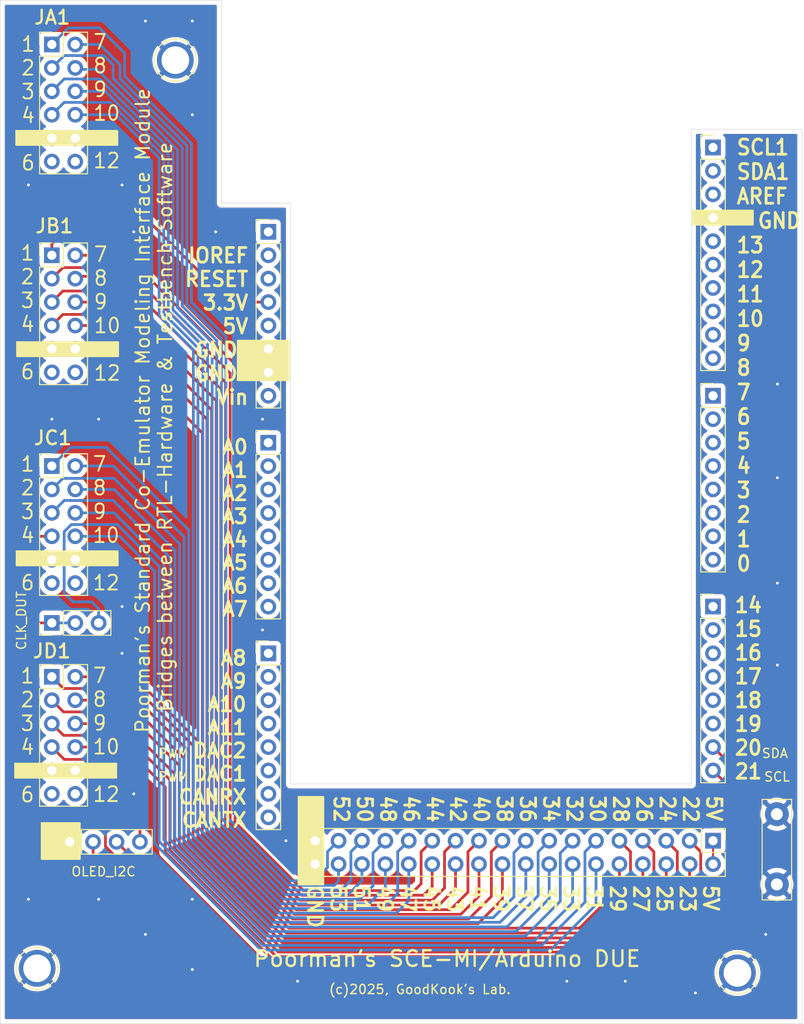
<source format=kicad_pcb>
(kicad_pcb (version 20241229) (generator "pcbnew") (generator_version "9.0")
  (layers (0 "F.Cu" signal) (2 "B.Cu" signal) (13 "F.Paste" user) (15 "B.Paste" user) (5 "F.SilkS" user "F.Silkscreen") (7 "B.SilkS" user "B.Silkscreen") (1 "F.Mask" user) (3 "B.Mask" user) (25 "Edge.Cuts" user))
  (net 0 "")
  (net 1 "GND")
  (net 4 "/DUE46_JA4")
  (net 5 "/DUE49_JA9")
  (net 6 "/DUE36_JC1")
  (net 7 "/DUE40_JB3")
  (net 8 "/+5V")
  (net 9 "/DUE27_JD8")
  (net 10 "/DUE45_JB7")
  (net 11 "/DUE50_JA2")
  (net 12 "/DUE25_JD9")
  (net 13 "/DUE42_JB2")
  (net 14 "/DUE53_JA7")
  (net 15 "/DUE30")
  (net 16 "/DUE52_JA1")
  (net 17 "/DUE34_JC2")
  (net 18 "/DUE37_JC7")
  (net 19 "/DUE48_JA3")
  (net 20 "/DUE26_JD2")
  (net 21 "/DUE39_JB10")
  (net 22 "/DUE44_JB1")
  (net 23 "/DUE41_JB9")
  (net 24 "/DUE28_JD1")
  (net 25 "/DUE35_JC8")
  (net 26 "/DUE47_JA10")
  (net 27 "/DUE33_JC9")
  (net 28 "/DUE38_JB4")
  (net 29 "/DUE23_JD10")
  (net 30 "/DUE29_JD7")
  (net 31 "/DUE31_JC10")
  (net 32 "/DUE22_JD4")
  (net 33 "/DUE51_JA8")
  (net 34 "/DUE43_JB8")
  (net 35 "/CANTX")
  (net 36 "/DUE32_JC3")
  (net 37 "/DUE24_JD3")
  (net 44 "/A8")
  (net 45 "/A9")
  (net 46 "/CLK_DUT_JC4")
  (net 47 "/CANRX")
  (net 48 "/A10")
  (net 49 "/DAC_PWM1")
  (net 50 "/A11")
  (net 51 "/A6")
  (net 52 "/A1")
  (net 53 "/A7")
  (net 54 "/A2")
  (net 55 "/A0")
  (net 56 "/A5")
  (net 57 "/A4")
  (net 58 "/A3")
  (net 59 "/IOREF")
  (net 60 "/I2C_SCK")
  (net 62 "/5V")
  (net 63 "/VIN")
  (net 64 "/RESET")
  (net 65 "/D16")
  (net 66 "/D14")
  (net 67 "/VDD_3V3")
  (net 68 "/D17")
  (net 69 "/D15")
  (net 70 "/D19")
  (net 71 "/I2C_SDA")
  (net 72 "/D18")
  (net 73 "/D7")
  (net 74 "/D0")
  (net 75 "/D2")
  (net 76 "/D6")
  (net 77 "/D4")
  (net 78 "/D5")
  (net 79 "/D1")
  (net 80 "/D3")
  (net 81 "/D9")
  (net 82 "/D8")
  (net 83 "/SDA1")
  (net 84 "/D11")
  (net 85 "/D10")
  (net 86 "/AREF")
  (net 87 "/D12")
  (net 88 "/D13")
  (net 89 "/SCL1")
  (net 90 "/DAC_PWM2")
  (footprint "TestPoint:TestPoint_Plated_Hole_D3.0mm" (layer "F.Cu") (at 115 52.5)
    (property "Reference" "TP2" (hide yes))
    (property "Value" "TestPoint" (hide yes))
  )
  (footprint "TestPoint:TestPoint_Plated_Hole_D3.0mm" (layer "F.Cu") (at 176 151.5)
    (property "Reference" "TP4" (hide yes))
    (property "Value" "TestPoint" (hide yes))
  )
  (footprint "Connector_PinHeader_2.54mm:PinHeader_1x08_P2.54mm_Vertical" (layer "F.Cu") (at 173.35 111.76)
    (property "Reference" "Right_Bottom1" (hide yes))
    (property "Value" "Conn_01x08" (hide yes))
  )
  (footprint "Connector_PinHeader_2.54mm:PinHeader_2x06_P2.54mm_Vertical" (layer "F.Cu") (at 101.6 50.8)
    (property "Reference" "JA1")
    (property "Value" "A7_JA" (hide yes))
  )
  (footprint "Connector_PinHeader_2.54mm:PinHeader_2x06_P2.54mm_Vertical" (layer "F.Cu") (at 101.6 96.52)
    (property "Reference" "JC1")
    (property "Value" "A7_JC" (hide yes))
  )
  (footprint "Connector_PinHeader_2.54mm:PinHeader_2x06_P2.54mm_Vertical" (layer "F.Cu") (at 101.6 73.66)
    (property "Reference" "JB1")
    (property "Value" "A7_JB" (hide yes))
  )
  (footprint "Connector_PinHeader_2.54mm:PinHeader_1x08_P2.54mm_Vertical" (layer "F.Cu") (at 125.09 93.99)
    (property "Reference" "Left_Middle1" (hide yes))
    (property "Value" "Conn_01x08" (hide yes))
  )
  (footprint "Connector_PinHeader_2.54mm:PinHeader_1x03_P2.54mm_Vertical" (layer "F.Cu") (at 101.6 113.538 90)
    (property "Reference" "J3" (hide yes))
    (property "Value" "CLK_DUT")
  )
  (footprint "TestPoint:TestPoint_Plated_Hole_D3.0mm" (layer "F.Cu") (at 100 151)
    (property "Reference" "TP1" (hide yes))
    (property "Value" "TestPoint" (hide yes))
  )
  (footprint "Connector_PinHeader_2.54mm:PinHeader_1x08_P2.54mm_Vertical" (layer "F.Cu") (at 173.35 88.9)
    (property "Reference" "Right_Middle1" (hide yes))
    (property "Value" "Conn_01x08" (hide yes))
  )
  (footprint "Connector_PinHeader_2.54mm:PinHeader_1x08_P2.54mm_Vertical" (layer "F.Cu") (at 125.1 116.84)
    (property "Reference" "Left_Bottom1" (hide yes))
    (property "Value" "Conn_01x08" (hide yes))
  )
  (footprint "Connector_PinHeader_2.54mm:PinHeader_1x10_P2.54mm_Vertical" (layer "F.Cu") (at 173.35 61.97)
    (property "Reference" "Right_Top1" (hide yes))
    (property "Value" "Conn_01x10" (hide yes))
  )
  (footprint "Connector_PinHeader_2.54mm:PinHeader_2x06_P2.54mm_Vertical" (layer "F.Cu") (at 101.6 119.38)
    (property "Reference" "JD1")
    (property "Value" "A7_JD" (hide yes))
  )
  (footprint "TestPoint:TestPoint_Bridge_Pitch7.62mm_Drill1.3mm" (layer "F.Cu") (at 180.28 134.28 -90)
    (property "Reference" "TP3" (hide yes))
    (property "Value" "TestPoint" (hide yes))
  )
  (footprint "Connector_PinHeader_2.54mm:PinHeader_1x04_P2.54mm_Vertical" (layer "F.Cu") (at 103.54 137.28 90)
    (property "Reference" "J2" (hide yes))
    (property "Value" "OLED_I2C")
  )
  (footprint "Connector_PinHeader_2.54mm:PinHeader_2x18_P2.54mm_Vertical" (layer "F.Cu") (at 173.355 137.16 -90)
    (property "Reference" "J1" (hide yes))
    (property "Value" "Arduino_Digital v.2" (hide yes))
  )
  (footprint "Connector_PinHeader_2.54mm:PinHeader_1x08_P2.54mm_Vertical" (layer "F.Cu") (at 125.1 71.12)
    (property "Reference" "Left_Top1" (hide yes))
    (property "Value" "Conn_01x08" (hide yes))
  )
  (gr_rect (start 97.6196 128.8) (end 108.585 130.32) (stroke (width 0.2)) (fill yes) (layer "F.SilkS"))
  (gr_rect (start 97.78 105.77) (end 108.7454 107.29) (stroke (width 0.2)) (fill yes) (layer "F.SilkS"))
  (gr_rect (start 128.3796 132.41) (end 131.06 141.9) (stroke (width 0.2)) (fill yes) (layer "F.SilkS"))
  (gr_rect (start 171.1696 68.82) (end 177.67 70.34) (stroke (width 0.2)) (fill yes) (layer "F.SilkS"))
  (gr_rect (start 97.74 60.17) (end 108.7054 61.69) (stroke (width 0.2)) (fill yes) (layer "F.SilkS"))
  (gr_rect (start 97.83 83.09) (end 108.7954 84.61) (stroke (width 0.2)) (fill yes) (layer "F.SilkS"))
  (gr_rect (start 121.78 82.93) (end 127.3204 87.21) (stroke (width 0.2)) (fill yes) (layer "F.SilkS"))
  (gr_rect (start 100.5 135.25) (end 104.6354 139.14) (stroke (width 0.2)) (fill yes) (layer "F.SilkS"))
  (gr_line (start 171 60) (end 183 60) (stroke (width 0.05)) (layer "Edge.Cuts"))
  (gr_line (start 171 131) (end 171 60) (stroke (width 0.05)) (layer "Edge.Cuts"))
  (gr_line (start 183 60) (end 183 157) (stroke (width 0.05)) (layer "Edge.Cuts"))
  (gr_line (start 183 157) (end 96 157) (stroke (width 0.05)) (layer "Edge.Cuts"))
  (gr_line (start 120 46) (end 120 68) (stroke (width 0.05)) (layer "Edge.Cuts"))
  (gr_line (start 127.5 131) (end 171 131) (stroke (width 0.05)) (layer "Edge.Cuts"))
  (gr_line (start 96 46) (end 96 157) (stroke (width 0.05)) (layer "Edge.Cuts"))
  (gr_line (start 127.5 68) (end 127.5 131) (stroke (width 0.05)) (layer "Edge.Cuts"))
  (gr_line (start 120 46) (end 96 46) (stroke (width 0.05)) (layer "Edge.Cuts"))
  (gr_line (start 120.02 68) (end 127.5 68) (stroke (width 0.05)) (layer "Edge.Cuts"))
  (gr_text "5V\n23\n25\n27\n29\n31\n33\n35\n37\n39\n41\n43\n45\n47\n49\n51\n53\nGND" (at 129.23 141.82 270) (layer "F.SilkS") (effects (font (size 1.57 1.5) (thickness 0.3) (bold yes)) (justify left bottom)))
  (gr_text "SCL1\nSDA1\nAREF\n  GND\n13\n12\n11\n10\n9\n8\n7\n6\n5\n4\n3\n2\n1\n0" (at 175.77 108.08 0) (layer "F.SilkS") (effects (font (size 1.65 1.5) (thickness 0.3) (bold yes)) (justify left bottom)))
  (gr_text "5V\n22\n24\n26\n28\n30\n32\n34\n36\n38\n40\n42\n44\n46\n48\n50\n52" (at 132.1 132.1 270) (layer "F.SilkS") (effects (font (size 1.57 1.5) (thickness 0.3) (bold yes)) (justify left bottom)))
  (gr_text "(c)2025, GoodKook's Lab." (at 131.59 153.87 0) (layer "F.SilkS") (effects (font (size 1 1)) (justify left bottom)))
  (gr_text "7\n8\n9\n10\n\n12" (at 105.99 64.34 0) (layer "F.SilkS") (effects (font (size 1.6 1.5) (thickness 0.2)) (justify left bottom)))
  (gr_text "PWM" (at 113.03 130.81 0) (layer "F.SilkS") (effects (font (size 1 1)) (justify left bottom)))
  (gr_text "1\n2\n3\n4\n\n6" (at 99.8 133.1 0) (layer "F.SilkS") (effects (font (size 1.6 1.5) (thickness 0.2)) (justify right bottom)))
  (gr_text "IOREF\nRESET\n3.3V\n5V\nGND \nGND \nVin" (at 123.07 89.98 0) (layer "F.SilkS") (effects (font (size 1.59 1.5) (thickness 0.3) (bold yes)) (justify right bottom)))
  (gr_text "7\n8\n9\n10\n\n12" (at 105.95 133.06 0) (layer "F.SilkS") (effects (font (size 1.6 1.5) (thickness 0.2)) (justify left bottom)))
  (gr_text "A0\nA1\nA2\nA3\nA4\nA5\nA6\nA7" (at 119.92 112.95 0) (layer "F.SilkS") (effects (font (size 1.56 1.5) (thickness 0.3) (bold yes)) (justify left bottom)))
  (gr_text "SDA" (at 178.562 128.27 0) (layer "F.SilkS") (effects (font (size 1 1)) (justify left bottom)))
  (gr_text "14\n15\n16\n17\n18\n19\n20\n21" (at 175.56 130.59 0) (layer "F.SilkS") (effects (font (size 1.6 1.5) (thickness 0.3) (bold yes)) (justify left bottom)))
  (gr_text "1\n2\n3\n4\n\n6" (at 99.82 110.12 0) (layer "F.SilkS") (effects (font (size 1.6 1.5) (thickness 0.2)) (justify right bottom)))
  (gr_text "PWM" (at 113.03 128.27 0) (layer "F.SilkS") (effects (font (size 1 1)) (justify left bottom)))
  (gr_text "Poorman's Standard Co-Emulator Modeling Interface Module\n  Bridges between RTL-Hardware & Testbench Software" (at 114.76 125.6 90) (layer "F.SilkS") (effects (font (size 1.5 1.5) (thickness 0.2)) (justify left bottom)))
  (gr_text "7\n8\n9\n10\n\n12" (at 105.94 110.12 0) (layer "F.SilkS") (effects (font (size 1.6 1.5) (thickness 0.2)) (justify left bottom)))
  (gr_text "A8\nA9\nA10\nA11\nDAC2\nDAC1\nCANRX\nCANTX" (at 122.88 135.84 0) (layer "F.SilkS") (effects (font (size 1.56 1.5) (thickness 0.3) (bold yes)) (justify right bottom)))
  (gr_text "1\n2\n3\n4\n\n6" (at 99.81 87.23 0) (layer "F.SilkS") (effects (font (size 1.6 1.5) (thickness 0.2)) (justify right bottom)))
  (gr_text "7\n8\n9\n10\n\n12" (at 106.05 87.38 0) (layer "F.SilkS") (effects (font (size 1.6 1.5) (thickness 0.2)) (justify left bottom)))
  (gr_text "Poorman's SCE-MI/Arduino DUE" (at 123.36 150.96 0) (layer "F.SilkS") (effects (font (size 1.7 1.7) (thickness 0.25)) (justify left bottom)))
  (gr_text "SCL" (at 178.816 130.81 0) (layer "F.SilkS") (effects (font (size 1 1)) (justify left bottom)))
  (gr_text "1\n2\n3\n4\n\n6" (at 99.87 64.58 0) (layer "F.SilkS") (effects (font (size 1.6 1.5) (thickness 0.2)) (justify right bottom)))
  (via (at 180.34 87.63) (size 0.6) (drill 0.3) (layers "F.Cu" "B.Cu") (net 1))
  (via (at 180.34 97.79) (size 0.6) (drill 0.3) (layers "F.Cu" "B.Cu") (net 1))
  (via (at 124.46 114.3) (size 0.6) (drill 0.3) (layers "F.Cu" "B.Cu") (net 1))
  (via (at 180.34 118.11) (size 0.6) (drill 0.3) (layers "F.Cu" "B.Cu") (net 1))
  (via (at 110.49 132.08) (size 0.6) (drill 0.3) (layers "F.Cu" "B.Cu") (net 1))
  (via (at 119.38 71.12) (size 0.6) (drill 0.3) (layers "F.Cu" "B.Cu") (net 1))
  (via (at 111.76 147.32) (size 0.6) (drill 0.3) (layers "F.Cu" "B.Cu") (net 1))
  (via (at 180.34 109.22) (size 0.6) (drill 0.3) (layers "F.Cu" "B.Cu") (net 1))
  (via (at 157.48 152.4) (size 0.6) (drill 0.3) (layers "F.Cu" "B.Cu") (net 1))
  (via (at 128.27 152.4) (size 0.6) (drill 0.3) (layers "F.Cu" "B.Cu") (net 1))
  (via (at 99.06 143.51) (size 0.6) (drill 0.3) (layers "F.Cu" "B.Cu") (net 1))
  (via (at 99.06 66.04) (size 0.6) (drill 0.3) (layers "F.Cu" "B.Cu") (net 1))
  (via (at 163.83 152.4) (size 0.6) (drill 0.3) (layers "F.Cu" "B.Cu") (net 1))
  (via (at 116.84 58.42) (size 0.6) (drill 0.3) (layers "F.Cu" "B.Cu") (net 1))
  (via (at 106.68 91.44) (size 0.6) (drill 0.3) (layers "F.Cu" "B.Cu") (net 1))
  (via (at 173.99 143.51) (size 0.6) (drill 0.3) (layers "F.Cu" "B.Cu") (net 1))
  (via (at 111.76 48.26) (size 0.6) (drill 0.3) (layers "F.Cu" "B.Cu") (net 1))
  (via (at 109.22 66.04) (size 0.6) (drill 0.3) (layers "F.Cu" "B.Cu") (net 1))
  (via (at 109.22 116.84) (size 0.6) (drill 0.3) (layers "F.Cu" "B.Cu") (net 1))
  (via (at 116.84 151.13) (size 0.6) (drill 0.3) (layers "F.Cu" "B.Cu") (net 1))
  (via (at 101.6 91.44) (size 0.6) (drill 0.3) (layers "F.Cu" "B.Cu") (net 1))
  (via (at 110.49 71.12) (size 0.6) (drill 0.3) (layers "F.Cu" "B.Cu") (net 1))
  (via (at 179.07 147.32) (size 0.6) (drill 0.3) (layers "F.Cu" "B.Cu") (net 1))
  (via (at 116.84 143.51) (size 0.6) (drill 0.3) (layers "F.Cu" "B.Cu") (net 1))
  (via (at 171.45 153.67) (size 0.6) (drill 0.3) (layers "F.Cu" "B.Cu") (net 1))
  (via (at 124.46 91.44) (size 0.6) (drill 0.3) (layers "F.Cu" "B.Cu") (net 1))
  (via (at 106.68 143.51) (size 0.6) (drill 0.3) (layers "F.Cu" "B.Cu") (net 1))
  (via (at 109.22 111.76) (size 0.6) (drill 0.3) (layers "F.Cu" "B.Cu") (net 1))
  (via (at 127 137.16) (size 0.6) (drill 0.3) (layers "F.Cu" "B.Cu") (net 1))
  (via (at 116.84 48.26) (size 0.6) (drill 0.3) (layers "F.Cu" "B.Cu") (net 1))
  (segment (start 102.939 57.081) (end 101.6 58.42) (width 0.3) (layer "B.Cu") (net 4))
  (segment (start 126.255874 144.505) (end 117.456575 135.705701) (width 0.3) (layer "B.Cu") (net 4))
  (segment (start 113.746 62.91304) (end 107.91396 57.081) (width 0.3) (layer "B.Cu") (net 4))
  (segment (start 137.495 144.505) (end 126.255874 144.505) (width 0.3) (layer "B.Cu") (net 4))
  (segment (start 140.335 137.16) (end 139.134 138.361) (width 0.3) (layer "B.Cu") (net 4))
  (segment (start 139.134 142.866) (end 137.495 144.505) (width 0.3) (layer "B.Cu") (net 4))
  (segment (start 113.746 79.996) (end 113.746 62.91304) (width 0.3) (layer "B.Cu") (net 4))
  (segment (start 117.456575 135.705701) (end 117.456575 83.706575) (width 0.3) (layer "B.Cu") (net 4))
  (segment (start 139.134 138.361) (end 139.134 142.866) (width 0.3) (layer "B.Cu") (net 4))
  (segment (start 117.456575 83.706575) (end 113.746 79.996) (width 0.3) (layer "B.Cu") (net 4))
  (segment (start 107.91396 57.081) (end 102.939 57.081) (width 0.3) (layer "B.Cu") (net 4))
  (segment (start 114.246 79.787607) (end 114.246 62.704519) (width 0.3) (layer "B.Cu") (net 5))
  (segment (start 137.795 139.7) (end 137.795 142.205) (width 0.3) (layer "B.Cu") (net 5))
  (segment (start 108.41496 56.87348) (end 113.953521 62.41204) (width 0.3) (layer "B.Cu") (net 5))
  (segment (start 108.41496 56.873479) (end 108.41496 56.87348) (width 0.3) (layer "B.Cu") (net 5))
  (segment (start 108.121481 56.58) (end 108.12148 56.58) (width 0.3) (layer "B.Cu") (net 5))
  (segment (start 135.996 144.004) (end 126.463396 144.004) (width 0.3) (layer "B.Cu") (net 5))
  (segment (start 108.121481 56.58) (end 108.41496 56.873479) (width 0.3) (layer "B.Cu") (net 5))
  (segment (start 107.42148 55.88) (end 108.121481 56.58) (width 0.3) (layer "B.Cu") (net 5))
  (segment (start 104.14 55.88) (end 107.42148 55.88) (width 0.3) (layer "B.Cu") (net 5))
  (segment (start 114.246 62.704519) (end 113.953521 62.41204) (width 0.3) (layer "B.Cu") (net 5))
  (segment (start 117.995 135.535603) (end 117.995 83.536607) (width 0.3) (layer "B.Cu") (net 5))
  (segment (start 113.953521 62.41204) (end 113.95352 62.41204) (width 0.3) (layer "B.Cu") (net 5))
  (segment (start 137.795 142.205) (end 135.996 144.004) (width 0.3) (layer "B.Cu") (net 5))
  (segment (start 117.995 83.536607) (end 114.246 79.787607) (width 0.3) (layer "B.Cu") (net 5))
  (segment (start 126.463396 144.004) (end 117.995 135.535603) (width 0.3) (layer "B.Cu") (net 5))
  (segment (start 116.454575 136.204575) (end 116.454575 103.454575) (width 0.3) (layer "B.Cu") (net 6))
  (segment (start 151.75 143.25) (end 149.492999 145.507001) (width 0.3) (layer "B.Cu") (net 6))
  (segment (start 153.035 137.16) (end 151.75 138.445) (width 0.3) (layer "B.Cu") (net 6))
  (segment (start 125.757001 145.507001) (end 116.454575 136.204575) (width 0.3) (layer "B.Cu") (net 6))
  (segment (start 116.454575 103.454575) (end 107.5 94.5) (width 0.3) (layer "B.Cu") (net 6))
  (segment (start 149.492999 145.507001) (end 125.757001 145.507001) (width 0.3) (layer "B.Cu") (net 6))
  (segment (start 151.75 138.445) (end 151.75 143.25) (width 0.3) (layer "B.Cu") (net 6))
  (segment (start 103.62 94.5) (end 101.6 96.52) (width 0.3) (layer "B.Cu") (net 6))
  (segment (start 107.5 94.5) (end 103.62 94.5) (width 0.3) (layer "B.Cu") (net 6))
  (segment (start 119.434 135.938081) (end 119.434 89.434) (width 0.3) (layer "F.Cu") (net 7))
  (segment (start 147.955 137.16) (end 146.755 138.36) (width 0.3) (layer "F.Cu") (net 7))
  (segment (start 146.755 138.36) (end 146.755 142.745) (width 0.3) (layer "F.Cu") (net 7))
  (segment (start 119.434 89.434) (end 107.54 77.54) (width 0.3) (layer "F.Cu") (net 7))
  (segment (start 146.755 142.745) (end 144.859 144.641) (width 0.3) (layer "F.Cu") (net 7))
  (segment (start 128.136919 144.641) (end 119.434 135.938081) (width 0.3) (layer "F.Cu") (net 7))
  (segment (start 144.859 144.641) (end 128.136919 144.641) (width 0.3) (layer "F.Cu") (net 7))
  (segment (start 107.54 77.54) (end 102.8 77.54) (width 0.3) (layer "F.Cu") (net 7))
  (segment (start 102.8 77.54) (end 101.6 78.74) (width 0.3) (layer "F.Cu") (net 7))
  (segment (start 173.355 137.16) (end 173.355 139.7) (width 0.2) (layer "F.Cu") (net 8))
  (segment (start 161.04 147.71) (end 165.735 143.015) (width 0.3) (layer "F.Cu") (net 9))
  (segment (start 116.43 137.28) (end 126.86 147.71) (width 0.3) (layer "F.Cu") (net 9))
  (segment (start 110.92 121.92) (end 116.43 127.43) (width 0.3) (layer "F.Cu") (net 9))
  (segment (start 126.86 147.71) (end 161.04 147.71) (width 0.3) (layer "F.Cu") (net 9))
  (segment (start 165.735 143.015) (end 165.735 139.7) (width 0.3) (layer "F.Cu") (net 9))
  (segment (start 104.14 121.92) (end 110.92 121.92) (width 0.3) (layer "F.Cu") (net 9))
  (segment (start 116.43 127.43) (end 116.43 137.28) (width 0.3) (layer "F.Cu") (net 9))
  (segment (start 141.93 143.07) (end 142.875 142.125) (width 0.3) (layer "F.Cu") (net 10))
  (segment (start 120.95 86.45) (end 120.95 135.32852) (width 0.3) (layer "F.Cu") (net 10))
  (segment (start 108.16 73.66) (end 120.95 86.45) (width 0.3) (layer "F.Cu") (net 10))
  (segment (start 120.95 135.32852) (end 128.69148 143.07) (width 0.3) (layer "F.Cu") (net 10))
  (segment (start 104.14 73.66) (end 108.16 73.66) (width 0.3) (layer "F.Cu") (net 10))
  (segment (start 128.69148 143.07) (end 141.93 143.07) (width 0.3) (layer "F.Cu") (net 10))
  (segment (start 142.875 142.125) (end 142.875 139.7) (width 0.3) (layer "F.Cu") (net 10))
  (segment (start 108.79248 55.001) (end 108.499 54.707521) (width 0.3) (layer "B.Cu") (net 11))
  (segment (start 119.498 134.913043) (end 119.498 82.91404) (width 0.3) (layer "B.Cu") (net 11))
  (segment (start 135.255 137.16) (end 134.054 138.361) (width 0.3) (layer "B.Cu") (net 11))
  (segment (start 115.749 79.16504) (end 115.749 79) (width 0.3) (layer "B.Cu") (net 11))
  (segment (start 115.749 61.95752) (end 108.79248 55.001) (width 0.3) (layer "B.Cu") (net 11))
  (segment (start 134.054 141.446) (end 133 142.5) (width 0.3) (layer "B.Cu") (net 11))
  (segment (start 115.749 79) (end 115.749 61.95752) (width 0.3) (layer "B.Cu") (net 11))
  (segment (start 108.25 54.45852) (end 108.25 53) (width 0.3) (layer "B.Cu") (net 11))
  (segment (start 127.084957 142.5) (end 119.498 134.913043) (width 0.3) (layer "B.Cu") (net 11))
  (segment (start 108.499 54.707521) (end 108.25 54.45852) (width 0.3) (layer "B.Cu") (net 11))
  (segment (start 133 142.5) (end 127.084957 142.5) (width 0.3) (layer "B.Cu") (net 11))
  (segment (start 108.25 53) (end 107.251 52.001) (width 0.3) (layer "B.Cu") (net 11))
  (segment (start 115.749 79.165042) (end 115.749 79) (width 0.3) (layer "B.Cu") (net 11))
  (segment (start 107.251 52.001) (end 102.939 52.001) (width 0.3) (layer "B.Cu") (net 11))
  (segment (start 119.498 82.91404) (end 115.749 79.16504) (width 0.3) (layer "B.Cu") (net 11))
  (segment (start 134.054 138.361) (end 134.054 141.446) (width 0.3) (layer "B.Cu") (net 11))
  (segment (start 102.939 52.001) (end 101.6 53.34) (width 0.3) (layer "B.Cu") (net 11))
  (segment (start 168.275 143.225) (end 162.769 148.731) (width 0.3) (layer "F.Cu") (net 12))
  (segment (start 168.275 139.7) (end 168.275 143.225) (width 0.3) (layer "F.Cu") (net 12))
  (segment (start 162.769 148.731) (end 126.41248 148.731) (width 0.3) (layer "F.Cu") (net 12))
  (segment (start 110.9 124.46) (end 104.14 124.46) (width 0.3) (layer "F.Cu") (net 12))
  (segment (start 115.429 128.989) (end 110.9 124.46) (width 0.3) (layer "F.Cu") (net 12))
  (segment (start 126.41248 148.731) (end 115.429 137.74752) (width 0.3) (layer "F.Cu") (net 12))
  (segment (start 115.429 137.74752) (end 115.429 128.989) (width 0.3) (layer "F.Cu") (net 12))
  (segment (start 102.8 75) (end 101.6 76.2) (width 0.3) (layer "F.Cu") (net 13))
  (segment (start 120.449 87.449) (end 108 75) (width 0.3) (layer "F.Cu") (net 13))
  (segment (start 144.215 142.285) (end 142.89 143.61) (width 0.3) (layer "F.Cu") (net 13))
  (segment (start 144.215 138.36) (end 144.215 142.285) (width 0.3) (layer "F.Cu") (net 13))
  (segment (start 142.89 143.61) (end 128.522959 143.61) (width 0.3) (layer "F.Cu") (net 13))
  (segment (start 120.449 135.536041) (end 120.449 87.449) (width 0.3) (layer "F.Cu") (net 13))
  (segment (start 128.522959 143.61) (end 120.449 135.536041) (width 0.3) (layer "F.Cu") (net 13))
  (segment (start 108 75) (end 102.8 75) (width 0.3) (layer "F.Cu") (net 13))
  (segment (start 145.415 137.16) (end 144.215 138.36) (width 0.3) (layer "F.Cu") (net 13))
  (segment (start 116.25 61.749999) (end 116.25 61.75) (width 0.3) (layer "B.Cu") (net 14))
  (segment (start 119.999 83.12156) (end 119.999 82.70652) (width 0.3) (layer "B.Cu") (net 14))
  (segment (start 119.705521 82.41304) (end 119.70552 82.41304) (width 0.3) (layer "B.Cu") (net 14))
  (segment (start 132.251 141.999) (end 132.251001 141.999) (width 0.3) (layer "B.Cu") (net 14))
  (segment (start 106.8 50.8) (end 104.14 50.8) (width 0.3) (layer "B.Cu") (net 14))
  (segment (start 109.29348 54.79348) (end 109.29348 54.793478) (width 0.3) (layer "B.Cu") (net 14))
  (segment (start 119.999 82.706519) (end 119.705521 82.41304) (width 0.3) (layer "B.Cu") (net 14))
  (segment (start 115.95652 61.45652) (end 109.29348 54.79348) (width 0.3) (layer "B.Cu") (net 14))
  (segment (start 119.999 134.705523) (end 119.999 83.12156) (width 0.3) (layer "B.Cu") (net 14))
  (segment (start 109 54.5) (end 109 53) (width 0.3) (layer "B.Cu") (net 14))
  (segment (start 132.251 141.999) (end 132.250998 141.999) (width 0.3) (layer "B.Cu") (net 14))
  (segment (start 127.292477 141.999) (end 119.999 134.705523) (width 0.3) (layer "B.Cu") (net 14))
  (segment (start 132.715 141.535) (end 132.251 141.999) (width 0.3) (layer "B.Cu") (net 14))
  (segment (start 109 53) (end 106.8 50.8) (width 0.3) (layer "B.Cu") (net 14))
  (segment (start 116.25 61.75) (end 115.956521 61.45652) (width 0.3) (layer "B.Cu") (net 14))
  (segment (start 132.250999 141.998999) (end 127.292477 141.999) (width 0.3) (layer "B.Cu") (net 14))
  (segment (start 132.715 139.7) (end 132.715 141.535) (width 0.3) (layer "B.Cu") (net 14))
  (segment (start 116.25 78.957519) (end 116.25 78.792479) (width 0.3) (layer "B.Cu") (net 14))
  (segment (start 115.956521 61.45652) (end 115.95652 61.45652) (width 0.3) (layer "B.Cu") (net 14))
  (segment (start 119.70552 82.41304) (end 116.25 78.957519) (width 0.3) (layer "B.Cu") (net 14))
  (segment (start 116.25 78.792479) (end 116.25 62.16504) (width 0.3) (layer "B.Cu") (net 14))
  (segment (start 109.29348 54.793478) (end 109 54.5) (width 0.3) (layer "B.Cu") (net 14))
  (segment (start 116.25 62.16504) (end 116.25 61.749999) (width 0.3) (layer "B.Cu") (net 14))
  (segment (start 132.250998 141.999) (end 132.250999 141.998999) (width 0.3) (layer "B.Cu") (net 14))
  (segment (start 119.999 82.70652) (end 119.999 82.706519) (width 0.3) (layer "B.Cu") (net 14))
  (segment (start 102.939 103.642529) (end 103.711529 102.87) (width 0.3) (layer "B.Cu") (net 15))
  (segment (start 102.939 110.305) (end 102.939 103.642529) (width 0.3) (layer "B.Cu") (net 15))
  (segment (start 159.454 143.822) (end 159.454 138.361) (width 0.3) (layer "B.Cu") (net 15))
  (segment (start 108.712 102.87) (end 113.249 107.407) (width 0.3) (layer "B.Cu") (net 15))
  (segment (start 105.918 111.252) (end 103.886 111.252) (width 0.3) (layer "B.Cu") (net 15))
  (segment (start 124.511873 148.513001) (end 154.762999 148.513001) (width 0.3) (layer "B.Cu") (net 15))
  (segment (start 113.249 107.407) (end 113.249 137.250124) (width 0.3) (layer "B.Cu") (net 15))
  (segment (start 106.68 112.014) (end 105.918 111.252) (width 0.3) (layer "B.Cu") (net 15))
  (segment (start 103.711529 102.87) (end 108.712 102.87) (width 0.3) (layer "B.Cu") (net 15))
  (segment (start 103.886 111.252) (end 102.939 110.305) (width 0.3) (layer "B.Cu") (net 15))
  (segment (start 106.68 113.538) (end 106.68 112.014) (width 0.3) (layer "B.Cu") (net 15))
  (segment (start 113.249 137.250124) (end 124.511873 148.513001) (width 0.3) (layer "B.Cu") (net 15))
  (segment (start 159.454 138.361) (end 160.655 137.16) (width 0.3) (layer "B.Cu") (net 15))
  (segment (start 154.762999 148.513001) (end 159.454 143.822) (width 0.3) (layer "B.Cu") (net 15))
  (segment (start 109.501 54.25) (end 109.501 51.751) (width 0.3) (layer "B.Cu") (net 16))
  (segment (start 116.751 61.542478) (end 116.457521 61.248999) (width 0.3) (layer "B.Cu") (net 16))
  (segment (start 131.514 138.361) (end 131.514 140.059471) (width 0.3) (layer "B.Cu") (net 16))
  (segment (start 120.5 82.498998) (end 116.751 78.749997) (width 0.3) (layer "B.Cu") (net 16))
  (segment (start 103.4 49) (end 101.6 50.8) (width 0.3) (layer "B.Cu") (net 16))
  (segment (start 116.45752 61.249) (end 116.457521 61.249) (width 0.3) (layer "B.Cu") (net 16))
  (segment (start 116.25 60.999) (end 109.501 54.25) (width 0.3) (layer "B.Cu") (net 16))
  (segment (start 131.514 140.059471) (end 130.075472 141.497999) (width 0.3) (layer "B.Cu") (net 16))
  (segment (start 109.501 51.751) (end 106.75 49) (width 0.3) (layer "B.Cu") (net 16))
  (segment (start 127.499997 141.498) (end 120.5 134.498003) (width 0.3) (layer "B.Cu") (net 16))
  (segment (start 132.715 137.16) (end 131.514 138.361) (width 0.3) (layer "B.Cu") (net 16))
  (segment (start 116.25 61.04148) (end 116.25 60.999) (width 0.3) (layer "B.Cu") (net 16))
  (segment (start 116.457521 61.248999) (end 116.45752 61.249) (width 0.3) (layer "B.Cu") (net 16))
  (segment (start 120.5 134.498003) (end 120.5 82.498998) (width 0.3) (layer "B.Cu") (net 16))
  (segment (start 116.751 78.749997) (end 116.751 61.542478) (width 0.3) (layer "B.Cu") (net 16))
  (segment (start 130.075472 141.497999) (end 127.499997 141.498) (width 0.3) (layer "B.Cu") (net 16))
  (segment (start 106.75 49) (end 103.4 49) (width 0.3) (layer "B.Cu") (net 16))
  (segment (start 116.457521 61.249) (end 116.25 61.04148) (width 0.3) (layer "B.Cu") (net 16))
  (segment (start 115.452575 104.952575) (end 108.359 97.859) (width 0.3) (layer "B.Cu") (net 17))
  (segment (start 150.990999 146.509001) (end 125.759001 146.509001) (width 0.3) (layer "B.Cu") (net 17))
  (segment (start 124.755001 145.922043) (end 115.452575 136.619615) (width 0.3) (layer "B.Cu") (net 17))
  (segment (start 125.048479 146.215523) (end 125.04848 146.215522) (width 0.3) (layer "B.Cu") (net 17))
  (segment (start 125.341958 146.509002) (end 125.34196 146.509001) (width 0.3) (layer "B.Cu") (net 17))
  (segment (start 155.575 137.16) (end 154.374 138.361) (width 0.3) (layer "B.Cu") (net 17))
  (segment (start 102.801 97.859) (end 101.6 99.06) (width 0.3) (layer "B.Cu") (net 17))
  (segment (start 154.374 138.361) (end 154.374 143.126) (width 0.3) (layer "B.Cu") (net 17))
  (segment (start 115.452575 136.619615) (end 115.452575 104.952575) (width 0.3) (layer "B.Cu") (net 17))
  (segment (start 125.04848 146.215522) (end 125.048479 146.21552) (width 0.3) (layer "B.Cu") (net 17))
  (segment (start 125.757002 146.509002) (end 125.341958 146.509002) (width 0.3) (layer "B.Cu") (net 17))
  (segment (start 125.34196 146.509001) (end 125.048479 146.215523) (width 0.3) (layer "B.Cu") (net 17))
  (segment (start 154.374 143.126) (end 150.990999 146.509001) (width 0.3) (layer "B.Cu") (net 17))
  (segment (start 125.759001 146.509001) (end 125.757002 146.509002) (width 0.3) (layer "B.Cu") (net 17))
  (segment (start 108.359 97.859) (end 102.801 97.859) (width 0.3) (layer "B.Cu") (net 17))
  (segment (start 125.048479 146.21552) (end 124.755001 145.922043) (width 0.3) (layer "B.Cu") (net 17))
  (segment (start 153.035 143.215) (end 150.241999 146.008001) (width 0.3) (layer "B.Cu") (net 18))
  (segment (start 150.241999 146.008001) (end 125.54948 146.008001) (width 0.3) (layer "B.Cu") (net 18))
  (segment (start 115.953575 104.203575) (end 108.27 96.52) (width 0.3) (layer "B.Cu") (net 18))
  (segment (start 153.035 139.7) (end 153.035 143.215) (width 0.3) (layer "B.Cu") (net 18))
  (segment (start 125.54948 146.008001) (end 115.953575 136.412096) (width 0.3) (layer "B.Cu") (net 18))
  (segment (start 108.27 96.52) (end 104.14 96.52) (width 0.3) (layer "B.Cu") (net 18))
  (segment (start 115.953575 136.412096) (end 115.953575 104.203575) (width 0.3) (layer "B.Cu") (net 18))
  (segment (start 137.795 137.16) (end 136.456 138.499) (width 0.3) (layer "B.Cu") (net 19))
  (segment (start 106.791 54.541) (end 114.747 62.497) (width 0.3) (layer "B.Cu") (net 19))
  (segment (start 118.496 135.328083) (end 118.496 87.25) (width 0.3) (layer "B.Cu") (net 19))
  (segment (start 101.6 55.88) (end 102.939 54.541) (width 0.3) (layer "B.Cu") (net 19))
  (segment (start 114.747 62.497) (end 114.747 79.580084) (width 0.3) (layer "B.Cu") (net 19))
  (segment (start 118.496 83.329081) (end 118.496 87.25) (width 0.3) (layer "B.Cu") (net 19))
  (segment (start 118.496 83.32908) (end 118.496 87.25) (width 0.3) (layer "B.Cu") (net 19))
  (segment (start 136.456 142.044) (end 134.997 143.503) (width 0.3) (layer "B.Cu") (net 19))
  (segment (start 102.939 54.541) (end 106.791 54.541) (width 0.3) (layer "B.Cu") (net 19))
  (segment (start 136.456 138.499) (end 136.456 142.044) (width 0.3) (layer "B.Cu") (net 19))
  (segment (start 134.997 143.503) (end 126.670917 143.503) (width 0.3) (layer "B.Cu") (net 19))
  (segment (start 114.747004 79.580084) (end 118.496 83.32908) (width 0.3) (layer "B.Cu") (net 19))
  (segment (start 126.670917 143.503) (end 118.496 135.328083) (width 0.3) (layer "B.Cu") (net 19))
  (segment (start 114.747 79.580084) (end 114.747004 79.580084) (width 0.3) (layer "B.Cu") (net 19))
  (segment (start 110.91 123.19) (end 102.87 123.19) (width 0.3) (layer "F.Cu") (net 20))
  (segment (start 166.935 143.065) (end 161.77 148.23) (width 0.3) (layer "F.Cu") (net 20))
  (segment (start 165.735 137.16) (end 166.935 138.36) (width 0.3) (layer "F.Cu") (net 20))
  (segment (start 115.93 137.54) (end 115.93 128.21) (width 0.3) (layer "F.Cu") (net 20))
  (segment (start 126.62 148.23) (end 115.93 137.54) (width 0.3) (layer "F.Cu") (net 20))
  (segment (start 115.93 128.21) (end 110.91 123.19) (width 0.3) (layer "F.Cu") (net 20))
  (segment (start 166.935 138.36) (end 166.935 143.065) (width 0.3) (layer "F.Cu") (net 20))
  (segment (start 161.77 148.23) (end 126.62 148.23) (width 0.3) (layer "F.Cu") (net 20))
  (segment (start 102.87 123.19) (end 101.6 121.92) (width 0.3) (layer "F.Cu") (net 20))
  (segment (start 117.931 92.931) (end 106.28 81.28) (width 0.3) (layer "F.Cu") (net 21))
  (segment (start 147.856 146.144) (end 127.514354 146.144) (width 0.3) (layer "F.Cu") (net 21))
  (segment (start 127.514354 146.144) (end 117.931 136.560641) (width 0.3) (layer "F.Cu") (net 21))
  (segment (start 106.28 81.28) (end 104.14 81.28) (width 0.3) (layer "F.Cu") (net 21))
  (segment (start 147.856 146.144) (end 148.775 145.225) (width 0.3) (layer "F.Cu") (net 21))
  (segment (start 150.495 143.505) (end 148.775 145.225) (width 0.3) (layer "F.Cu") (net 21))
  (segment (start 117.931 136.560641) (end 117.931 92.931) (width 0.3) (layer "F.Cu") (net 21))
  (segment (start 150.495 139.7) (end 150.495 143.505) (width 0.3) (layer "F.Cu") (net 21))
  (segment (start 141.675 138.36) (end 141.675 141.825) (width 0.3) (layer "F.Cu") (net 22))
  (segment (start 141.675 141.825) (end 140.93 142.57) (width 0.3) (layer "F.Cu") (net 22))
  (segment (start 142.875 137.16) (end 141.675 138.36) (width 0.3) (layer "F.Cu") (net 22))
  (segment (start 128.9 142.57) (end 121.48 135.15) (width 0.3) (layer "F.Cu") (net 22))
  (segment (start 102.5 71.5) (end 101.6 72.4) (width 0.3) (layer "F.Cu") (net 22))
  (segment (start 121.48 135.15) (end 121.48 85.48) (width 0.3) (layer "F.Cu") (net 22))
  (segment (start 140.93 142.57) (end 128.9 142.57) (width 0.3) (layer "F.Cu") (net 22))
  (segment (start 107.5 71.5) (end 102.5 71.5) (width 0.3) (layer "F.Cu") (net 22))
  (segment (start 101.6 72.4) (end 101.6 73.66) (width 0.3) (layer "F.Cu") (net 22))
  (segment (start 121.48 85.48) (end 107.5 71.5) (width 0.3) (layer "F.Cu") (net 22))
  (segment (start 147.955 143.17) (end 145.983 145.142) (width 0.3) (layer "F.Cu") (net 23))
  (segment (start 147.955 139.7) (end 147.955 143.17) (width 0.3) (layer "F.Cu") (net 23))
  (segment (start 127.929398 145.142) (end 118.933 136.145601) (width 0.3) (layer "F.Cu") (net 23))
  (segment (start 118.933 90.433) (end 107.24 78.74) (width 0.3) (layer "F.Cu") (net 23))
  (segment (start 145.983 145.142) (end 127.929398 145.142) (width 0.3) (layer "F.Cu") (net 23))
  (segment (start 107.24 78.74) (end 104.14 78.74) (width 0.3) (layer "F.Cu") (net 23))
  (segment (start 118.933 136.145601) (end 118.933 90.433) (width 0.3) (layer "F.Cu") (net 23))
  (segment (start 116.93 126.845557) (end 110.734443 120.65) (width 0.3) (layer "F.Cu") (net 24))
  (segment (start 159.83 147.17) (end 127.06 147.17) (width 0.3) (layer "F.Cu") (net 24))
  (segment (start 163.195 137.16) (end 164.395 138.36) (width 0.3) (layer "F.Cu") (net 24))
  (segment (start 164.395 142.605) (end 159.83 147.17) (width 0.3) (layer "F.Cu") (net 24))
  (segment (start 127.06 147.17) (end 116.93 137.04) (width 0.3) (layer "F.Cu") (net 24))
  (segment (start 102.87 120.65) (end 101.6 119.38) (width 0.3) (layer "F.Cu") (net 24))
  (segment (start 110.734443 120.65) (end 102.87 120.65) (width 0.3) (layer "F.Cu") (net 24))
  (segment (start 116.93 137.04) (end 116.93 126.845557) (width 0.3) (layer "F.Cu") (net 24))
  (segment (start 164.395 138.36) (end 164.395 142.605) (width 0.3) (layer "F.Cu") (net 24))
  (segment (start 114.951575 105.648368) (end 108.363207 99.06) (width 0.3) (layer "B.Cu") (net 25))
  (segment (start 108.363207 99.06) (end 104.14 99.06) (width 0.3) (layer "B.Cu") (net 25))
  (segment (start 151.989998 147.010002) (end 125.134437 147.010002) (width 0.3) (layer "B.Cu") (net 25))
  (segment (start 155.575 139.7) (end 155.575 143.425) (width 0.3) (layer "B.Cu") (net 25))
  (segment (start 125.134437 147.010002) (end 114.951575 136.827141) (width 0.3) (layer "B.Cu") (net 25))
  (segment (start 114.951575 136.827141) (end 114.951575 105.648368) (width 0.3) (layer "B.Cu") (net 25))
  (segment (start 155.575 143.425) (end 151.989998 147.010002) (width 0.3) (layer "B.Cu") (net 25))
  (segment (start 116.955575 135.913221) (end 116.955575 83.914095) (width 0.3) (layer "B.Cu") (net 26))
  (segment (start 140.335 143.665) (end 138.994 145.006) (width 0.3) (layer "B.Cu") (net 26))
  (segment (start 116.955575 83.914095) (end 113.245 80.203521) (width 0.3) (layer "B.Cu") (net 26))
  (segment (start 113.245 63.12056) (end 108.54444 58.42) (width 0.3) (layer "B.Cu") (net 26))
  (segment (start 126.048354 145.006) (end 116.955575 135.913221) (width 0.3) (layer "B.Cu") (net 26))
  (segment (start 140.335 139.7) (end 140.335 143.665) (width 0.3) (layer "B.Cu") (net 26))
  (segment (start 113.245 80.203521) (end 113.245 63.12056) (width 0.3) (layer "B.Cu") (net 26))
  (segment (start 138.994 145.006) (end 126.048354 145.006) (width 0.3) (layer "B.Cu") (net 26))
  (segment (start 108.54444 58.42) (end 104.14 58.42) (width 0.3) (layer "B.Cu") (net 26))
  (segment (start 158.115 143.885) (end 153.987999 148.012001) (width 0.3) (layer "B.Cu") (net 27))
  (segment (start 124.719397 148.012001) (end 113.75 137.042604) (width 0.3) (layer "B.Cu") (net 27))
  (segment (start 153.987999 148.012001) (end 124.719397 148.012001) (width 0.3) (layer "B.Cu") (net 27))
  (segment (start 113.75 137.042604) (end 113.75 107) (width 0.3) (layer "B.Cu") (net 27))
  (segment (start 108.35 101.6) (end 104.14 101.6) (width 0.3) (layer "B.Cu") (net 27))
  (segment (start 158.115 139.7) (end 158.115 143.885) (width 0.3) (layer "B.Cu") (net 27))
  (segment (start 113.75 107) (end 108.35 101.6) (width 0.3) (layer "B.Cu") (net 27))
  (segment (start 102.8 80.08) (end 101.6 81.28) (width 0.3) (layer "F.Cu") (net 28))
  (segment (start 149.295 138.36) (end 149.295 143.205) (width 0.3) (layer "F.Cu") (net 28))
  (segment (start 118.432 136.353121) (end 118.432 91.432) (width 0.3) (layer "F.Cu") (net 28))
  (segment (start 107.08 80.08) (end 102.8 80.08) (width 0.3) (layer "F.Cu") (net 28))
  (segment (start 146.857 145.643) (end 127.721876 145.643) (width 0.3) (layer "F.Cu") (net 28))
  (segment (start 147.65 144.85) (end 146.857 145.643) (width 0.3) (layer "F.Cu") (net 28))
  (segment (start 150.495 137.16) (end 149.295 138.36) (width 0.3) (layer "F.Cu") (net 28))
  (segment (start 149.295 143.205) (end 147.65 144.85) (width 0.3) (layer "F.Cu") (net 28))
  (segment (start 127.721876 145.643) (end 118.432 136.353121) (width 0.3) (layer "F.Cu") (net 28))
  (segment (start 118.432 91.432) (end 107.08 80.08) (width 0.3) (layer "F.Cu") (net 28))
  (segment (start 170.815 143.685) (end 170.815 139.7) (width 0.3) (layer "F.Cu") (net 29))
  (segment (start 110.85924 127) (end 114.409 130.54976) (width 0.3) (layer "F.Cu") (net 29))
  (segment (start 125.96448 149.733) (end 164.767 149.733) (width 0.3) (layer "F.Cu") (net 29))
  (segment (start 164.767 149.733) (end 170.815 143.685) (width 0.3) (layer "F.Cu") (net 29))
  (segment (start 114.409 130.54976) (end 114.409 138.177521) (width 0.3) (layer "F.Cu") (net 29))
  (segment (start 104.14 127) (end 110.85924 127) (width 0.3) (layer "F.Cu") (net 29))
  (segment (start 114.409 138.177521) (end 125.96448 149.733) (width 0.3) (layer "F.Cu") (net 29))
  (segment (start 163.195 139.7) (end 163.195 142.305) (width 0.3) (layer "F.Cu") (net 30))
  (segment (start 117.43 136.768161) (end 117.43 126.31) (width 0.3) (layer "F.Cu") (net 30))
  (segment (start 158.855 146.645) (end 127.306832 146.645) (width 0.3) (layer "F.Cu") (net 30))
  (segment (start 110.5 119.38) (end 104.14 119.38) (width 0.3) (layer "F.Cu") (net 30))
  (segment (start 127.306832 146.645) (end 117.43 136.768161) (width 0.3) (layer "F.Cu") (net 30))
  (segment (start 117.43 126.31) (end 110.5 119.38) (width 0.3) (layer "F.Cu") (net 30))
  (segment (start 163.195 142.305) (end 158.855 146.645) (width 0.3) (layer "F.Cu") (net 30))
  (segment (start 112.748 137.457644) (end 112.748 137.457645) (width 0.3) (layer "B.Cu") (net 31))
  (segment (start 123.717396 148.427041) (end 123.717396 148.427043) (width 0.3) (layer "B.Cu") (net 31))
  (segment (start 124.719397 149.014001) (end 155.735999 149.014001) (width 0.3) (layer "B.Cu") (net 31))
  (segment (start 114 138.709645) (end 120.256585 144.96623) (width 0.3) (layer "B.Cu") (net 31))
  (segment (start 120.256585 144.96623) (end 123.717396 148.427041) (width 0.3) (layer "B.Cu") (net 31))
  (segment (start 112.748 137.457647) (end 112.748 107.922) (width 0.3) (layer "B.Cu") (net 31))
  (segment (start 124.010875 148.720523) (end 124.304356 149.014001) (width 0.3) (layer "B.Cu") (net 31))
  (segment (start 123.717396 148.427044) (end 124.010875 148.720523) (width 0.3) (layer "B.Cu") (net 31))
  (segment (start 124.304356 149.014001) (end 124.719398 149.014002) (width 0.3) (layer "B.Cu") (net 31))
  (segment (start 124.719398 149.014002) (end 124.719397 149.014001) (width 0.3) (layer "B.Cu") (net 31))
  (segment (start 108.966 104.14) (end 104.14 104.14) (width 0.3) (layer "B.Cu") (net 31))
  (segment (start 155.735999 149.014001) (end 160.655 144.095) (width 0.3) (layer "B.Cu") (net 31))
  (segment (start 112.748 107.922) (end 108.966 104.14) (width 0.3) (layer "B.Cu") (net 31))
  (segment (start 112.748 137.457645) (end 112.748 137.457647) (width 0.3) (layer "B.Cu") (net 31))
  (segment (start 112.748 137.457647) (end 114 138.709645) (width 0.3) (layer "B.Cu") (net 31))
  (segment (start 160.655 144.095) (end 160.655 139.7) (width 0.3) (layer "B.Cu") (net 31))
  (segment (start 123.717396 148.427043) (end 123.717396 148.427044) (width 0.3) (layer "B.Cu") (net 31))
  (segment (start 110.92 128.34) (end 113.908 131.328) (width 0.3) (layer "F.Cu") (net 32))
  (segment (start 172.015 143.935) (end 172.015 138.36) (width 0.3) (layer "F.Cu") (net 32))
  (segment (start 113.908 138.39652) (end 125.74548 150.234) (width 0.3) (layer "F.Cu") (net 32))
  (segment (start 101.6 127) (end 102.94 128.34) (width 0.3) (layer "F.Cu") (net 32))
  (segment (start 125.74548 150.234) (end 165.716 150.234) (width 0.3) (layer "F.Cu") (net 32))
  (segment (start 172.085 138.43) (end 170.815 137.16) (width 0.3) (layer "F.Cu") (net 32))
  (segment (start 102.94 128.34) (end 110.92 128.34) (width 0.3) (layer "F.Cu") (net 32))
  (segment (start 113.908 131.328) (end 113.908 138.39652) (width 0.3) (layer "F.Cu") (net 32))
  (segment (start 172.015 138.36) (end 170.815 137.16) (width 0.3) (layer "F.Cu") (net 32))
  (segment (start 165.716 150.234) (end 172.015 143.935) (width 0.3) (layer "F.Cu") (net 32))
  (segment (start 118.997 135.120563) (end 118.997 83.12156) (width 0.3) (layer "B.Cu") (net 33))
  (segment (start 104.3 53.5) (end 104.14 53.34) (width 0.3) (layer "B.Cu") (net 33))
  (segment (start 135.255 139.7) (end 135.255 141.495) (width 0.3) (layer "B.Cu") (net 33))
  (segment (start 118.997 83.12156) (end 115.248 79.37256) (width 0.3) (layer "B.Cu") (net 33))
  (segment (start 115.248 62.248) (end 106.5 53.5) (width 0.3) (layer "B.Cu") (net 33))
  (segment (start 106.5 53.5) (end 104.3 53.5) (width 0.3) (layer "B.Cu") (net 33))
  (segment (start 115.248 79.37256) (end 115.248 62.248) (width 0.3) (layer "B.Cu") (net 33))
  (segment (start 126.878437 143.002) (end 118.997 135.120563) (width 0.3) (layer "B.Cu") (net 33))
  (segment (start 135.255 141.495) (end 133.748 143.002) (width 0.3) (layer "B.Cu") (net 33))
  (segment (start 133.748 143.002) (end 126.878437 143.002) (width 0.3) (layer "B.Cu") (net 33))
  (segment (start 145.41 139.445) (end 145.41 142.33) (width 0.3) (layer "F.Cu") (net 34))
  (segment (start 145.41 142.33) (end 143.6 144.14) (width 0.3) (layer "F.Cu") (net 34))
  (segment (start 107.695 75.945) (end 104.135 75.945) (width 0.3) (layer "F.Cu") (net 34))
  (segment (start 119.935 88.185) (end 107.695 75.945) (width 0.3) (layer "F.Cu") (net 34))
  (segment (start 143.6 144.14) (end 128.344439 144.14) (width 0.3) (layer "F.Cu") (net 34))
  (segment (start 128.344439 144.14) (end 119.935 135.730561) (width 0.3) (layer "F.Cu") (net 34))
  (segment (start 119.935 135.730561) (end 119.935 88.185) (width 0.3) (layer "F.Cu") (net 34))
  (segment (start 126.172044 147.511002) (end 125.757002 147.511002) (width 0.3) (layer "B.Cu") (net 36))
  (segment (start 124.339958 146.924043) (end 124.163872 146.747957) (width 0.3) (layer "B.Cu") (net 36))
  (segment (start 102.95 100.25) (end 101.6 101.6) (width 0.3) (layer "B.Cu") (net 36))
  (segment (start 124.92692 147.511002) (end 124.926917 147.511002) (width 0.3) (layer "B.Cu") (net 36))
  (segment (start 104.648471 100.25) (end 104.637471 100.261) (width 0.3) (layer "B.Cu") (net 36))
  (segment (start 125.757002 147.511002) (end 125.757 147.511002) (width 0.3) (layer "B.Cu") (net 36))
  (segment (start 124.163872 146.747957) (end 124.085611 146.669698) (width 0.3) (layer "B.Cu") (net 36))
  (segment (start 124.457353 147.041438) (end 124.339961 146.924046) (width 0.3) (layer "B.Cu") (net 36))
  (segment (start 114.450575 106.450575) (end 108.25 100.25) (width 0.3) (layer "B.Cu") (net 36))
  (segment (start 103.642529 100.261) (end 103.631529 100.25) (width 0.3) (layer "B.Cu") (net 36))
  (segment (start 104.637471 100.261) (end 103.642529 100.261) (width 0.3) (layer "B.Cu") (net 36))
  (segment (start 120.457957 143.042043) (end 114.450575 137.034662) (width 0.3) (layer "B.Cu") (net 36))
  (segment (start 156.776 138.499) (end 156.776 143.724) (width 0.3) (layer "B.Cu") (net 36))
  (segment (start 129 147.511001) (end 126.172044 147.511002) (width 0.3) (layer "B.Cu") (net 36))
  (segment (start 125.757 147.511002) (end 125.341962 147.511002) (width 0.3) (layer "B.Cu") (net 36))
  (segment (start 124.339961 146.924046) (end 124.339959 146.924046) (width 0.3) (layer "B.Cu") (net 36))
  (segment (start 158.115 137.16) (end 156.776 138.499) (width 0.3) (layer "B.Cu") (net 36))
  (segment (start 120.457957 143.042043) (end 116 138.584085) (width 0.3) (layer "B.Cu") (net 36))
  (segment (start 124.046481 146.630569) (end 124.046481 146.630566) (width 0.3) (layer "B.Cu") (net 36))
  (segment (start 124.339959 146.924046) (end 124.339958 146.924043) (width 0.3) (layer "B.Cu") (net 36))
  (segment (start 125.341962 147.511002) (end 125.34196 147.511002) (width 0.3) (layer "B.Cu") (net 36))
  (segment (start 114.450575 137.034662) (end 114.450575 106.450575) (width 0.3) (layer "B.Cu") (net 36))
  (segment (start 124.046481 146.630566) (end 120.457957 143.042043) (width 0.3) (layer "B.Cu") (net 36))
  (segment (start 124.926917 147.511002) (end 124.633438 147.217523) (width 0.3) (layer "B.Cu") (net 36))
  (segment (start 124.633438 147.217523) (end 124.457353 147.041438) (width 0.3) (layer "B.Cu") (net 36))
  (segment (start 124.926916 147.511002) (end 114.450575 137.034662) (width 0.3) (layer "B.Cu") (net 36))
  (segment (start 152.988999 147.511001) (end 129 147.511001) (width 0.3) (layer "B.Cu") (net 36))
  (segment (start 125.341957 147.511002) (end 124.92692 147.511002) (width 0.3) (layer "B.Cu") (net 36))
  (segment (start 126.089959 147.511001) (end 129 147.511001) (width 0.3) (layer "B.Cu") (net 36))
  (segment (start 124.085611 146.669698) (end 124.046481 146.630569) (width 0.3) (layer "B.Cu") (net 36))
  (segment (start 124.926917 147.511002) (end 124.926916 147.511002) (width 0.3) (layer "B.Cu") (net 36))
  (segment (start 103.631529 100.25) (end 102.95 100.25) (width 0.3) (layer "B.Cu") (net 36))
  (segment (start 156.776 143.724) (end 152.988999 147.511001) (width 0.3) (layer "B.Cu") (net 36))
  (segment (start 125.341957 147.511002) (end 124.926916 147.511002) (width 0.3) (layer "B.Cu") (net 36))
  (segment (start 125.34196 147.511002) (end 125.341957 147.511002) (width 0.3) (layer "B.Cu") (net 36))
  (segment (start 108.25 100.25) (end 104.648471 100.25) (width 0.3) (layer "B.Cu") (net 36))
  (segment (start 163.688 149.232) (end 126.172 149.232) (width 0.3) (layer "F.Cu") (net 37))
  (segment (start 114.91 137.97) (end 114.91 129.89) (width 0.3) (layer "F.Cu") (net 37))
  (segment (start 169.475 143.445) (end 163.688 149.232) (width 0.3) (layer "F.Cu") (net 37))
  (segment (start 110.75 125.73) (end 102.87 125.73) (width 0.3) (layer "F.Cu") (net 37))
  (segment (start 114.91 129.89) (end 110.75 125.73) (width 0.3) (layer "F.Cu") (net 37))
  (segment (start 102.87 125.73) (end 101.6 124.46) (width 0.3) (layer "F.Cu") (net 37))
  (segment (start 126.172 149.232) (end 114.91 137.97) (width 0.3) (layer "F.Cu") (net 37))
  (segment (start 169.475 138.36) (end 169.475 143.445) (width 0.3) (layer "F.Cu") (net 37))
  (segment (start 168.275 137.16) (end 169.475 138.36) (width 0.3) (layer "F.Cu") (net 37))
  (segment (start 99.314 105.156) (end 99.314 112.776) (width 0.3) (layer "F.Cu") (net 46))
  (segment (start 101.6 104.14) (end 100.33 104.14) (width 0.3) (layer "F.Cu") (net 46))
  (segment (start 100.076 113.538) (end 101.6 113.538) (width 0.3) (layer "F.Cu") (net 46))
  (segment (start 99.314 112.776) (end 100.076 113.538) (width 0.3) (layer "F.Cu") (net 46))
  (segment (start 100.33 104.14) (end 99.314 105.156) (width 0.3) (layer "F.Cu") (net 46))
  (segment (start 101.6 113.538) (end 104.14 113.538) (width 0.3) (layer "B.Cu") (net 46))
  (segment (start 176.33 143.88) (end 166.03 154.18) (width 0.3) (layer "F.Cu") (net 60))
  (segment (start 173.35 129.54) (end 176.33 132.52) (width 0.3) (layer "F.Cu") (net 60))
  (segment (start 166.03 154.18) (end 125.52 154.18) (width 0.3) (layer "F.Cu") (net 60))
  (segment (start 176.33 132.52) (end 176.33 143.88) (width 0.3) (layer "F.Cu") (net 60))
  (segment (start 125.52 154.18) (end 108.62 137.28) (width 0.3) (layer "F.Cu") (net 60))
  (segment (start 105.5 140.75) (end 100 140.75) (width 0.3) (layer "F.Cu") (net 67))
  (segment (start 106.08 137.28) (end 106.08 140.17) (width 0.3) (layer "F.Cu") (net 67))
  (segment (start 110.12 67.97) (end 120.89 78.74) (width 0.3) (layer "F.Cu") (net 67))
  (segment (start 106.08 140.17) (end 105.5 140.75) (width 0.3) (layer "F.Cu") (net 67))
  (segment (start 100 140.75) (end 98.37 139.12) (width 0.3) (layer "F.Cu") (net 67))
  (segment (start 98.37 139.12) (end 98.37 71.13) (width 0.3) (layer "F.Cu") (net 67))
  (segment (start 101.53 67.97) (end 110.12 67.97) (width 0.3) (layer "F.Cu") (net 67))
  (segment (start 98.37 71.13) (end 101.53 67.97) (width 0.3) (layer "F.Cu") (net 67))
  (segment (start 120.89 78.74) (end 125.1 78.74) (width 0.3) (layer "F.Cu") (net 67))
  (segment (start 176.86 130.51) (end 176.86 144.05852) (width 0.3) (layer "F.Cu") (net 71))
  (segment (start 176.86 144.05852) (end 166.19852 154.72) (width 0.3) (layer "F.Cu") (net 71))
  (segment (start 108.1 135.18) (end 110.53 135.18) (width 0.3) (layer "F.Cu") (net 71))
  (segment (start 110.53 135.18) (end 111.16 135.81) (width 0.3) (layer "F.Cu") (net 71))
  (segment (start 107.419 135.861) (end 108.1 135.18) (width 0.3) (layer "F.Cu") (net 71))
  (segment (start 107.419 137.777471) (end 107.419 135.861) (width 0.3) (layer "F.Cu") (net 71))
  (segment (start 111.16 135.81) (end 111.16 137.28) (width 0.3) (layer "F.Cu") (net 71))
  (segment (start 166.19852 154.72) (end 124.361529 154.72) (width 0.3) (layer "F.Cu") (net 71))
  (segment (start 124.361529 154.72) (end 107.419 137.777471) (width 0.3) (layer "F.Cu") (net 71))
  (segment (start 173.35 127) (end 176.86 130.51) (width 0.3) (layer "F.Cu") (net 71))
  (zone (net 1) (net_name "GND") (layers "F.Cu" "B.Cu") (connect_pads (clearance 0.5)) (min_thickness 0.25) (fill yes (thermal_gap 0.5) (thermal_bridge_width 0.5))
    (polygon (pts (xy 96 157) (xy 96 46) (xy 183 46) (xy 183 157)))
  )
)
</source>
